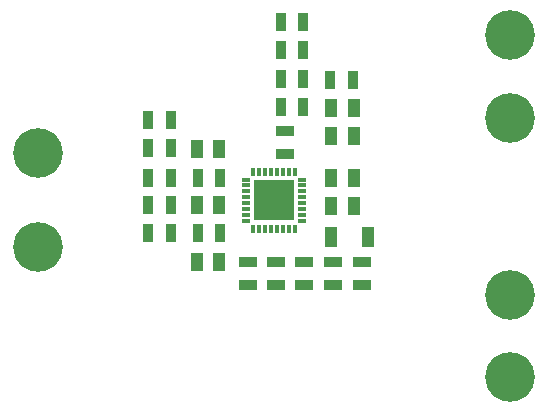
<source format=gbs>
G04 Layer_Color=16711935*
%FSLAX44Y44*%
%MOMM*%
G71*
G01*
G75*
%ADD38C,4.2032*%
%ADD39R,1.1032X1.5032*%
%ADD40R,0.9032X1.5032*%
%ADD41R,1.1032X1.8032*%
%ADD42R,1.5032X0.9032*%
%ADD43R,3.4000X3.4000*%
%ADD44R,0.3300X0.7000*%
%ADD45R,0.7000X0.3300*%
D38*
X450000Y100000D02*
D03*
Y170000D02*
D03*
Y320000D02*
D03*
X50000Y290000D02*
D03*
X450000Y390000D02*
D03*
X50000Y210000D02*
D03*
D39*
X184500Y293000D02*
D03*
X203500D02*
D03*
X203500Y198000D02*
D03*
X184500D02*
D03*
X203500Y246000D02*
D03*
X184500D02*
D03*
X317500Y328000D02*
D03*
X298500D02*
D03*
X298500Y304000D02*
D03*
X317500D02*
D03*
X317500Y269000D02*
D03*
X298500D02*
D03*
X298500Y245000D02*
D03*
X317500D02*
D03*
D40*
X185500Y269000D02*
D03*
X204500D02*
D03*
X297500Y352000D02*
D03*
X316500D02*
D03*
X204500Y222000D02*
D03*
X185500D02*
D03*
X143500Y318000D02*
D03*
X162500D02*
D03*
X143500Y222000D02*
D03*
X162500D02*
D03*
X162500Y246000D02*
D03*
X143500D02*
D03*
X143500Y269000D02*
D03*
X162500D02*
D03*
X162500Y294000D02*
D03*
X143500D02*
D03*
X255500Y401000D02*
D03*
X274500D02*
D03*
X274500Y377000D02*
D03*
X255500D02*
D03*
X274500Y353000D02*
D03*
X255500D02*
D03*
X274500Y329000D02*
D03*
X255500D02*
D03*
D41*
X329500Y219000D02*
D03*
X298500D02*
D03*
D42*
X324000Y178500D02*
D03*
Y197500D02*
D03*
X300000Y197500D02*
D03*
Y178500D02*
D03*
X275000Y178500D02*
D03*
Y197500D02*
D03*
X252000Y197500D02*
D03*
Y178500D02*
D03*
X228000Y178500D02*
D03*
Y197500D02*
D03*
X259000Y308500D02*
D03*
Y289500D02*
D03*
D43*
X250000Y250000D02*
D03*
D44*
X267500Y274000D02*
D03*
X262500D02*
D03*
X257500D02*
D03*
X252500D02*
D03*
X247500D02*
D03*
X242500D02*
D03*
X237500D02*
D03*
X232500D02*
D03*
Y226000D02*
D03*
X237500D02*
D03*
X242500D02*
D03*
X247500D02*
D03*
X252500D02*
D03*
X257500D02*
D03*
X262500D02*
D03*
X267500D02*
D03*
D45*
X226000Y267500D02*
D03*
Y262500D02*
D03*
Y257500D02*
D03*
Y252500D02*
D03*
Y247500D02*
D03*
Y242500D02*
D03*
Y237500D02*
D03*
Y232500D02*
D03*
X274000D02*
D03*
Y237500D02*
D03*
Y242500D02*
D03*
Y247500D02*
D03*
Y252500D02*
D03*
Y257500D02*
D03*
Y262500D02*
D03*
Y267500D02*
D03*
M02*

</source>
